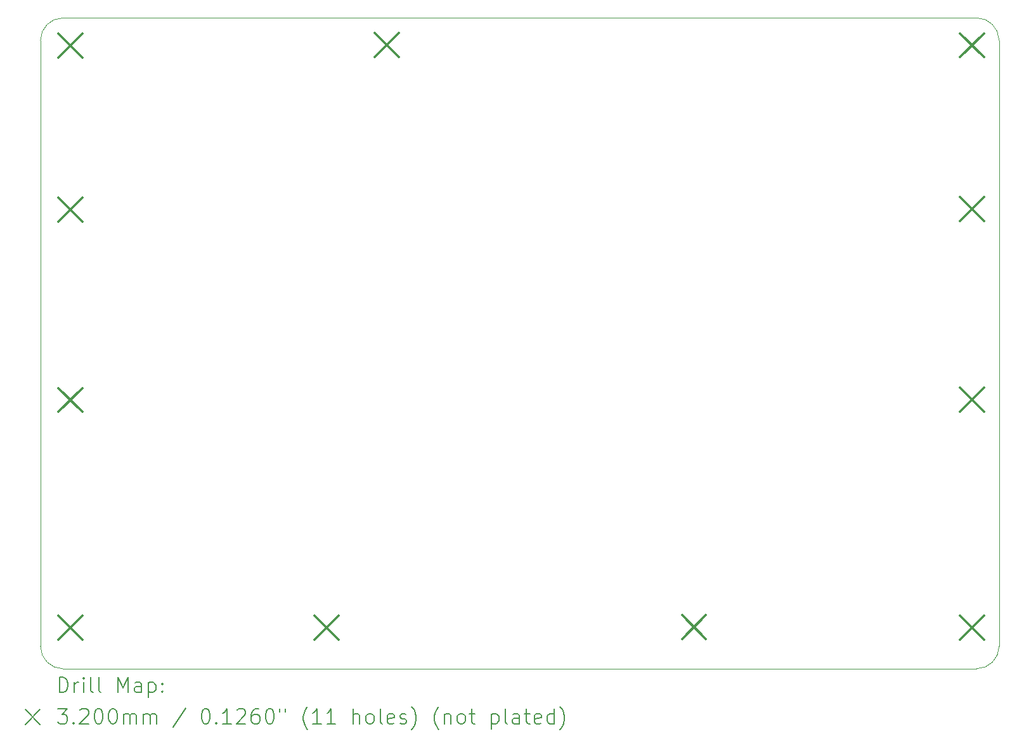
<source format=gbr>
%TF.GenerationSoftware,KiCad,Pcbnew,(6.0.9)*%
%TF.CreationDate,2023-02-05T01:27:43+02:00*%
%TF.ProjectId,Mega pro pins,4d656761-2070-4726-9f20-70696e732e6b,rev?*%
%TF.SameCoordinates,Original*%
%TF.FileFunction,Drillmap*%
%TF.FilePolarity,Positive*%
%FSLAX45Y45*%
G04 Gerber Fmt 4.5, Leading zero omitted, Abs format (unit mm)*
G04 Created by KiCad (PCBNEW (6.0.9)) date 2023-02-05 01:27:43*
%MOMM*%
%LPD*%
G01*
G04 APERTURE LIST*
%ADD10C,0.100000*%
%ADD11C,0.200000*%
%ADD12C,0.320000*%
G04 APERTURE END LIST*
D10*
X18500000Y-16300000D02*
G75*
G03*
X18800000Y-16000000I0J300000D01*
G01*
X6000000Y-16000000D02*
G75*
G03*
X6300000Y-16300000I300000J0D01*
G01*
X6300000Y-7600000D02*
G75*
G03*
X6000000Y-7900000I0J-300000D01*
G01*
X18800000Y-7900000D02*
G75*
G03*
X18500000Y-7600000I-300000J0D01*
G01*
X18800000Y-7900000D02*
X18800000Y-16000000D01*
X18500000Y-16300000D02*
X6300000Y-16300000D01*
X6300000Y-7600000D02*
X18500000Y-7600000D01*
X6000000Y-16000000D02*
X6000000Y-7900000D01*
D11*
D12*
X6240800Y-7807980D02*
X6560800Y-8127980D01*
X6560800Y-7807980D02*
X6240800Y-8127980D01*
X6240800Y-10000000D02*
X6560800Y-10320000D01*
X6560800Y-10000000D02*
X6240800Y-10320000D01*
X6240800Y-12547620D02*
X6560800Y-12867620D01*
X6560800Y-12547620D02*
X6240800Y-12867620D01*
X6240800Y-15590540D02*
X6560800Y-15910540D01*
X6560800Y-15590540D02*
X6240800Y-15910540D01*
X9657100Y-15588000D02*
X9977100Y-15908000D01*
X9977100Y-15588000D02*
X9657100Y-15908000D01*
X10467360Y-7802900D02*
X10787360Y-8122900D01*
X10787360Y-7802900D02*
X10467360Y-8122900D01*
X14566920Y-15585460D02*
X14886920Y-15905460D01*
X14886920Y-15585460D02*
X14566920Y-15905460D01*
X18277860Y-7805440D02*
X18597860Y-8125440D01*
X18597860Y-7805440D02*
X18277860Y-8125440D01*
X18277860Y-9997460D02*
X18597860Y-10317460D01*
X18597860Y-9997460D02*
X18277860Y-10317460D01*
X18277860Y-12545080D02*
X18597860Y-12865080D01*
X18597860Y-12545080D02*
X18277860Y-12865080D01*
X18277860Y-15588000D02*
X18597860Y-15908000D01*
X18597860Y-15588000D02*
X18277860Y-15908000D01*
D11*
X6252619Y-16615476D02*
X6252619Y-16415476D01*
X6300238Y-16415476D01*
X6328809Y-16425000D01*
X6347857Y-16444048D01*
X6357381Y-16463095D01*
X6366905Y-16501190D01*
X6366905Y-16529762D01*
X6357381Y-16567857D01*
X6347857Y-16586905D01*
X6328809Y-16605952D01*
X6300238Y-16615476D01*
X6252619Y-16615476D01*
X6452619Y-16615476D02*
X6452619Y-16482143D01*
X6452619Y-16520238D02*
X6462143Y-16501190D01*
X6471667Y-16491667D01*
X6490714Y-16482143D01*
X6509762Y-16482143D01*
X6576428Y-16615476D02*
X6576428Y-16482143D01*
X6576428Y-16415476D02*
X6566905Y-16425000D01*
X6576428Y-16434524D01*
X6585952Y-16425000D01*
X6576428Y-16415476D01*
X6576428Y-16434524D01*
X6700238Y-16615476D02*
X6681190Y-16605952D01*
X6671667Y-16586905D01*
X6671667Y-16415476D01*
X6805000Y-16615476D02*
X6785952Y-16605952D01*
X6776428Y-16586905D01*
X6776428Y-16415476D01*
X7033571Y-16615476D02*
X7033571Y-16415476D01*
X7100238Y-16558333D01*
X7166905Y-16415476D01*
X7166905Y-16615476D01*
X7347857Y-16615476D02*
X7347857Y-16510714D01*
X7338333Y-16491667D01*
X7319286Y-16482143D01*
X7281190Y-16482143D01*
X7262143Y-16491667D01*
X7347857Y-16605952D02*
X7328809Y-16615476D01*
X7281190Y-16615476D01*
X7262143Y-16605952D01*
X7252619Y-16586905D01*
X7252619Y-16567857D01*
X7262143Y-16548809D01*
X7281190Y-16539286D01*
X7328809Y-16539286D01*
X7347857Y-16529762D01*
X7443095Y-16482143D02*
X7443095Y-16682143D01*
X7443095Y-16491667D02*
X7462143Y-16482143D01*
X7500238Y-16482143D01*
X7519286Y-16491667D01*
X7528809Y-16501190D01*
X7538333Y-16520238D01*
X7538333Y-16577381D01*
X7528809Y-16596428D01*
X7519286Y-16605952D01*
X7500238Y-16615476D01*
X7462143Y-16615476D01*
X7443095Y-16605952D01*
X7624048Y-16596428D02*
X7633571Y-16605952D01*
X7624048Y-16615476D01*
X7614524Y-16605952D01*
X7624048Y-16596428D01*
X7624048Y-16615476D01*
X7624048Y-16491667D02*
X7633571Y-16501190D01*
X7624048Y-16510714D01*
X7614524Y-16501190D01*
X7624048Y-16491667D01*
X7624048Y-16510714D01*
X5795000Y-16845000D02*
X5995000Y-17045000D01*
X5995000Y-16845000D02*
X5795000Y-17045000D01*
X6233571Y-16835476D02*
X6357381Y-16835476D01*
X6290714Y-16911667D01*
X6319286Y-16911667D01*
X6338333Y-16921190D01*
X6347857Y-16930714D01*
X6357381Y-16949762D01*
X6357381Y-16997381D01*
X6347857Y-17016429D01*
X6338333Y-17025952D01*
X6319286Y-17035476D01*
X6262143Y-17035476D01*
X6243095Y-17025952D01*
X6233571Y-17016429D01*
X6443095Y-17016429D02*
X6452619Y-17025952D01*
X6443095Y-17035476D01*
X6433571Y-17025952D01*
X6443095Y-17016429D01*
X6443095Y-17035476D01*
X6528809Y-16854524D02*
X6538333Y-16845000D01*
X6557381Y-16835476D01*
X6605000Y-16835476D01*
X6624048Y-16845000D01*
X6633571Y-16854524D01*
X6643095Y-16873571D01*
X6643095Y-16892619D01*
X6633571Y-16921190D01*
X6519286Y-17035476D01*
X6643095Y-17035476D01*
X6766905Y-16835476D02*
X6785952Y-16835476D01*
X6805000Y-16845000D01*
X6814524Y-16854524D01*
X6824048Y-16873571D01*
X6833571Y-16911667D01*
X6833571Y-16959286D01*
X6824048Y-16997381D01*
X6814524Y-17016429D01*
X6805000Y-17025952D01*
X6785952Y-17035476D01*
X6766905Y-17035476D01*
X6747857Y-17025952D01*
X6738333Y-17016429D01*
X6728809Y-16997381D01*
X6719286Y-16959286D01*
X6719286Y-16911667D01*
X6728809Y-16873571D01*
X6738333Y-16854524D01*
X6747857Y-16845000D01*
X6766905Y-16835476D01*
X6957381Y-16835476D02*
X6976428Y-16835476D01*
X6995476Y-16845000D01*
X7005000Y-16854524D01*
X7014524Y-16873571D01*
X7024048Y-16911667D01*
X7024048Y-16959286D01*
X7014524Y-16997381D01*
X7005000Y-17016429D01*
X6995476Y-17025952D01*
X6976428Y-17035476D01*
X6957381Y-17035476D01*
X6938333Y-17025952D01*
X6928809Y-17016429D01*
X6919286Y-16997381D01*
X6909762Y-16959286D01*
X6909762Y-16911667D01*
X6919286Y-16873571D01*
X6928809Y-16854524D01*
X6938333Y-16845000D01*
X6957381Y-16835476D01*
X7109762Y-17035476D02*
X7109762Y-16902143D01*
X7109762Y-16921190D02*
X7119286Y-16911667D01*
X7138333Y-16902143D01*
X7166905Y-16902143D01*
X7185952Y-16911667D01*
X7195476Y-16930714D01*
X7195476Y-17035476D01*
X7195476Y-16930714D02*
X7205000Y-16911667D01*
X7224048Y-16902143D01*
X7252619Y-16902143D01*
X7271667Y-16911667D01*
X7281190Y-16930714D01*
X7281190Y-17035476D01*
X7376428Y-17035476D02*
X7376428Y-16902143D01*
X7376428Y-16921190D02*
X7385952Y-16911667D01*
X7405000Y-16902143D01*
X7433571Y-16902143D01*
X7452619Y-16911667D01*
X7462143Y-16930714D01*
X7462143Y-17035476D01*
X7462143Y-16930714D02*
X7471667Y-16911667D01*
X7490714Y-16902143D01*
X7519286Y-16902143D01*
X7538333Y-16911667D01*
X7547857Y-16930714D01*
X7547857Y-17035476D01*
X7938333Y-16825952D02*
X7766905Y-17083095D01*
X8195476Y-16835476D02*
X8214524Y-16835476D01*
X8233571Y-16845000D01*
X8243095Y-16854524D01*
X8252619Y-16873571D01*
X8262143Y-16911667D01*
X8262143Y-16959286D01*
X8252619Y-16997381D01*
X8243095Y-17016429D01*
X8233571Y-17025952D01*
X8214524Y-17035476D01*
X8195476Y-17035476D01*
X8176428Y-17025952D01*
X8166905Y-17016429D01*
X8157381Y-16997381D01*
X8147857Y-16959286D01*
X8147857Y-16911667D01*
X8157381Y-16873571D01*
X8166905Y-16854524D01*
X8176428Y-16845000D01*
X8195476Y-16835476D01*
X8347857Y-17016429D02*
X8357381Y-17025952D01*
X8347857Y-17035476D01*
X8338333Y-17025952D01*
X8347857Y-17016429D01*
X8347857Y-17035476D01*
X8547857Y-17035476D02*
X8433571Y-17035476D01*
X8490714Y-17035476D02*
X8490714Y-16835476D01*
X8471667Y-16864048D01*
X8452619Y-16883095D01*
X8433571Y-16892619D01*
X8624048Y-16854524D02*
X8633571Y-16845000D01*
X8652619Y-16835476D01*
X8700238Y-16835476D01*
X8719286Y-16845000D01*
X8728810Y-16854524D01*
X8738333Y-16873571D01*
X8738333Y-16892619D01*
X8728810Y-16921190D01*
X8614524Y-17035476D01*
X8738333Y-17035476D01*
X8909762Y-16835476D02*
X8871667Y-16835476D01*
X8852619Y-16845000D01*
X8843095Y-16854524D01*
X8824048Y-16883095D01*
X8814524Y-16921190D01*
X8814524Y-16997381D01*
X8824048Y-17016429D01*
X8833571Y-17025952D01*
X8852619Y-17035476D01*
X8890714Y-17035476D01*
X8909762Y-17025952D01*
X8919286Y-17016429D01*
X8928810Y-16997381D01*
X8928810Y-16949762D01*
X8919286Y-16930714D01*
X8909762Y-16921190D01*
X8890714Y-16911667D01*
X8852619Y-16911667D01*
X8833571Y-16921190D01*
X8824048Y-16930714D01*
X8814524Y-16949762D01*
X9052619Y-16835476D02*
X9071667Y-16835476D01*
X9090714Y-16845000D01*
X9100238Y-16854524D01*
X9109762Y-16873571D01*
X9119286Y-16911667D01*
X9119286Y-16959286D01*
X9109762Y-16997381D01*
X9100238Y-17016429D01*
X9090714Y-17025952D01*
X9071667Y-17035476D01*
X9052619Y-17035476D01*
X9033571Y-17025952D01*
X9024048Y-17016429D01*
X9014524Y-16997381D01*
X9005000Y-16959286D01*
X9005000Y-16911667D01*
X9014524Y-16873571D01*
X9024048Y-16854524D01*
X9033571Y-16845000D01*
X9052619Y-16835476D01*
X9195476Y-16835476D02*
X9195476Y-16873571D01*
X9271667Y-16835476D02*
X9271667Y-16873571D01*
X9566905Y-17111667D02*
X9557381Y-17102143D01*
X9538333Y-17073571D01*
X9528810Y-17054524D01*
X9519286Y-17025952D01*
X9509762Y-16978333D01*
X9509762Y-16940238D01*
X9519286Y-16892619D01*
X9528810Y-16864048D01*
X9538333Y-16845000D01*
X9557381Y-16816429D01*
X9566905Y-16806905D01*
X9747857Y-17035476D02*
X9633571Y-17035476D01*
X9690714Y-17035476D02*
X9690714Y-16835476D01*
X9671667Y-16864048D01*
X9652619Y-16883095D01*
X9633571Y-16892619D01*
X9938333Y-17035476D02*
X9824048Y-17035476D01*
X9881190Y-17035476D02*
X9881190Y-16835476D01*
X9862143Y-16864048D01*
X9843095Y-16883095D01*
X9824048Y-16892619D01*
X10176429Y-17035476D02*
X10176429Y-16835476D01*
X10262143Y-17035476D02*
X10262143Y-16930714D01*
X10252619Y-16911667D01*
X10233571Y-16902143D01*
X10205000Y-16902143D01*
X10185952Y-16911667D01*
X10176429Y-16921190D01*
X10385952Y-17035476D02*
X10366905Y-17025952D01*
X10357381Y-17016429D01*
X10347857Y-16997381D01*
X10347857Y-16940238D01*
X10357381Y-16921190D01*
X10366905Y-16911667D01*
X10385952Y-16902143D01*
X10414524Y-16902143D01*
X10433571Y-16911667D01*
X10443095Y-16921190D01*
X10452619Y-16940238D01*
X10452619Y-16997381D01*
X10443095Y-17016429D01*
X10433571Y-17025952D01*
X10414524Y-17035476D01*
X10385952Y-17035476D01*
X10566905Y-17035476D02*
X10547857Y-17025952D01*
X10538333Y-17006905D01*
X10538333Y-16835476D01*
X10719286Y-17025952D02*
X10700238Y-17035476D01*
X10662143Y-17035476D01*
X10643095Y-17025952D01*
X10633571Y-17006905D01*
X10633571Y-16930714D01*
X10643095Y-16911667D01*
X10662143Y-16902143D01*
X10700238Y-16902143D01*
X10719286Y-16911667D01*
X10728810Y-16930714D01*
X10728810Y-16949762D01*
X10633571Y-16968810D01*
X10805000Y-17025952D02*
X10824048Y-17035476D01*
X10862143Y-17035476D01*
X10881190Y-17025952D01*
X10890714Y-17006905D01*
X10890714Y-16997381D01*
X10881190Y-16978333D01*
X10862143Y-16968810D01*
X10833571Y-16968810D01*
X10814524Y-16959286D01*
X10805000Y-16940238D01*
X10805000Y-16930714D01*
X10814524Y-16911667D01*
X10833571Y-16902143D01*
X10862143Y-16902143D01*
X10881190Y-16911667D01*
X10957381Y-17111667D02*
X10966905Y-17102143D01*
X10985952Y-17073571D01*
X10995476Y-17054524D01*
X11005000Y-17025952D01*
X11014524Y-16978333D01*
X11014524Y-16940238D01*
X11005000Y-16892619D01*
X10995476Y-16864048D01*
X10985952Y-16845000D01*
X10966905Y-16816429D01*
X10957381Y-16806905D01*
X11319286Y-17111667D02*
X11309762Y-17102143D01*
X11290714Y-17073571D01*
X11281190Y-17054524D01*
X11271667Y-17025952D01*
X11262143Y-16978333D01*
X11262143Y-16940238D01*
X11271667Y-16892619D01*
X11281190Y-16864048D01*
X11290714Y-16845000D01*
X11309762Y-16816429D01*
X11319286Y-16806905D01*
X11395476Y-16902143D02*
X11395476Y-17035476D01*
X11395476Y-16921190D02*
X11405000Y-16911667D01*
X11424048Y-16902143D01*
X11452619Y-16902143D01*
X11471667Y-16911667D01*
X11481190Y-16930714D01*
X11481190Y-17035476D01*
X11605000Y-17035476D02*
X11585952Y-17025952D01*
X11576428Y-17016429D01*
X11566905Y-16997381D01*
X11566905Y-16940238D01*
X11576428Y-16921190D01*
X11585952Y-16911667D01*
X11605000Y-16902143D01*
X11633571Y-16902143D01*
X11652619Y-16911667D01*
X11662143Y-16921190D01*
X11671667Y-16940238D01*
X11671667Y-16997381D01*
X11662143Y-17016429D01*
X11652619Y-17025952D01*
X11633571Y-17035476D01*
X11605000Y-17035476D01*
X11728809Y-16902143D02*
X11805000Y-16902143D01*
X11757381Y-16835476D02*
X11757381Y-17006905D01*
X11766905Y-17025952D01*
X11785952Y-17035476D01*
X11805000Y-17035476D01*
X12024048Y-16902143D02*
X12024048Y-17102143D01*
X12024048Y-16911667D02*
X12043095Y-16902143D01*
X12081190Y-16902143D01*
X12100238Y-16911667D01*
X12109762Y-16921190D01*
X12119286Y-16940238D01*
X12119286Y-16997381D01*
X12109762Y-17016429D01*
X12100238Y-17025952D01*
X12081190Y-17035476D01*
X12043095Y-17035476D01*
X12024048Y-17025952D01*
X12233571Y-17035476D02*
X12214524Y-17025952D01*
X12205000Y-17006905D01*
X12205000Y-16835476D01*
X12395476Y-17035476D02*
X12395476Y-16930714D01*
X12385952Y-16911667D01*
X12366905Y-16902143D01*
X12328809Y-16902143D01*
X12309762Y-16911667D01*
X12395476Y-17025952D02*
X12376428Y-17035476D01*
X12328809Y-17035476D01*
X12309762Y-17025952D01*
X12300238Y-17006905D01*
X12300238Y-16987857D01*
X12309762Y-16968810D01*
X12328809Y-16959286D01*
X12376428Y-16959286D01*
X12395476Y-16949762D01*
X12462143Y-16902143D02*
X12538333Y-16902143D01*
X12490714Y-16835476D02*
X12490714Y-17006905D01*
X12500238Y-17025952D01*
X12519286Y-17035476D01*
X12538333Y-17035476D01*
X12681190Y-17025952D02*
X12662143Y-17035476D01*
X12624048Y-17035476D01*
X12605000Y-17025952D01*
X12595476Y-17006905D01*
X12595476Y-16930714D01*
X12605000Y-16911667D01*
X12624048Y-16902143D01*
X12662143Y-16902143D01*
X12681190Y-16911667D01*
X12690714Y-16930714D01*
X12690714Y-16949762D01*
X12595476Y-16968810D01*
X12862143Y-17035476D02*
X12862143Y-16835476D01*
X12862143Y-17025952D02*
X12843095Y-17035476D01*
X12805000Y-17035476D01*
X12785952Y-17025952D01*
X12776428Y-17016429D01*
X12766905Y-16997381D01*
X12766905Y-16940238D01*
X12776428Y-16921190D01*
X12785952Y-16911667D01*
X12805000Y-16902143D01*
X12843095Y-16902143D01*
X12862143Y-16911667D01*
X12938333Y-17111667D02*
X12947857Y-17102143D01*
X12966905Y-17073571D01*
X12976428Y-17054524D01*
X12985952Y-17025952D01*
X12995476Y-16978333D01*
X12995476Y-16940238D01*
X12985952Y-16892619D01*
X12976428Y-16864048D01*
X12966905Y-16845000D01*
X12947857Y-16816429D01*
X12938333Y-16806905D01*
M02*

</source>
